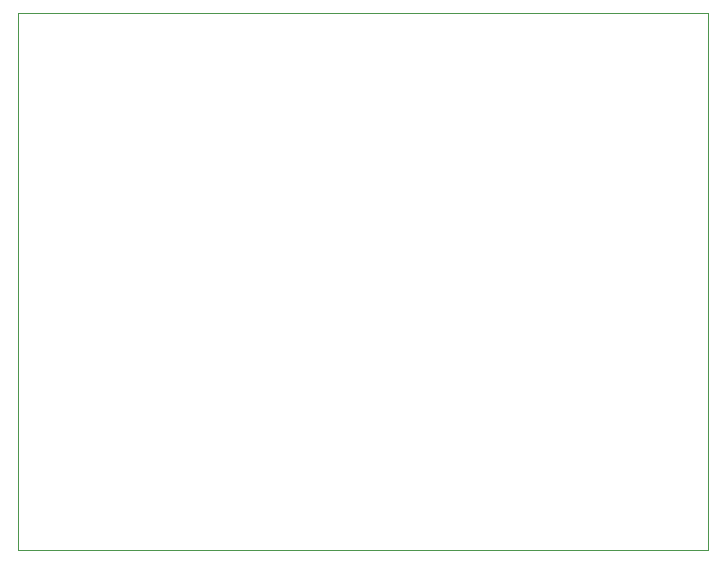
<source format=gko>
G04 #@! TF.GenerationSoftware,KiCad,Pcbnew,(5.1.0-0)*
G04 #@! TF.CreationDate,2019-04-23T18:51:07+03:00*
G04 #@! TF.ProjectId,ovms-swcan,6f766d73-2d73-4776-9361-6e2e6b696361,1.0*
G04 #@! TF.SameCoordinates,Original*
G04 #@! TF.FileFunction,Profile,NP*
%FSLAX46Y46*%
G04 Gerber Fmt 4.6, Leading zero omitted, Abs format (unit mm)*
G04 Created by KiCad (PCBNEW (5.1.0-0)) date 2019-04-23 18:51:07*
%MOMM*%
%LPD*%
G04 APERTURE LIST*
%ADD10C,0.050000*%
G04 APERTURE END LIST*
D10*
X161290000Y-101219000D02*
X102870000Y-101219000D01*
X161290000Y-55753000D02*
X161290000Y-101219000D01*
X102870000Y-55753000D02*
X161290000Y-55753000D01*
X102870000Y-101219000D02*
X102870000Y-55753000D01*
M02*

</source>
